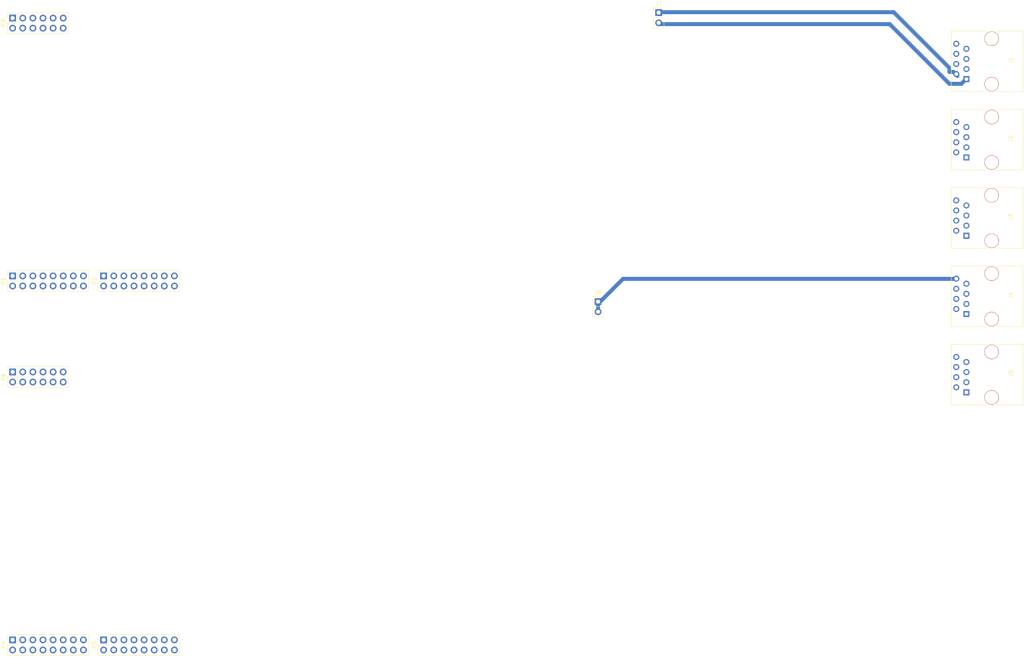
<source format=kicad_pcb>
(kicad_pcb (version 4) (host pcbnew 4.0.7)

  (general
    (links 35)
    (no_connects 31)
    (area 23 25 282 191)
    (thickness 1.6)
    (drawings 8)
    (tracks 18)
    (zones 0)
    (modules 13)
    (nets 98)
  )

  (page A4)
  (layers
    (0 F.Cu signal)
    (31 B.Cu signal)
    (32 B.Adhes user)
    (33 F.Adhes user)
    (34 B.Paste user)
    (35 F.Paste user)
    (36 B.SilkS user)
    (37 F.SilkS user)
    (38 B.Mask user)
    (39 F.Mask user)
    (40 Dwgs.User user)
    (41 Cmts.User user)
    (42 Eco1.User user)
    (43 Eco2.User user)
    (44 Edge.Cuts user)
    (45 Margin user)
    (46 B.CrtYd user)
    (47 F.CrtYd user)
    (48 B.Fab user)
    (49 F.Fab user)
  )

  (setup
    (last_trace_width 1)
    (trace_clearance 0.4)
    (zone_clearance 0.508)
    (zone_45_only no)
    (trace_min 0.2)
    (segment_width 0.2)
    (edge_width 0.15)
    (via_size 1.5)
    (via_drill 0.8)
    (via_min_size 0.4)
    (via_min_drill 0.3)
    (uvia_size 0.3)
    (uvia_drill 0.1)
    (uvias_allowed no)
    (uvia_min_size 0.2)
    (uvia_min_drill 0.1)
    (pcb_text_width 0.3)
    (pcb_text_size 1.5 1.5)
    (mod_edge_width 0.15)
    (mod_text_size 1 1)
    (mod_text_width 0.15)
    (pad_size 1.524 1.524)
    (pad_drill 0.762)
    (pad_to_mask_clearance 0.2)
    (aux_axis_origin 0 0)
    (visible_elements 7FFFEFFF)
    (pcbplotparams
      (layerselection 0x00030_80000001)
      (usegerberextensions false)
      (excludeedgelayer true)
      (linewidth 0.100000)
      (plotframeref false)
      (viasonmask false)
      (mode 1)
      (useauxorigin false)
      (hpglpennumber 1)
      (hpglpenspeed 20)
      (hpglpendiameter 15)
      (hpglpenoverlay 2)
      (psnegative false)
      (psa4output false)
      (plotreference true)
      (plotvalue true)
      (plotinvisibletext false)
      (padsonsilk false)
      (subtractmaskfromsilk false)
      (outputformat 1)
      (mirror false)
      (drillshape 1)
      (scaleselection 1)
      (outputdirectory ""))
  )

  (net 0 "")
  (net 1 DC_IN)
  (net 2 DC_GND)
  (net 3 ARD_5V)
  (net 4 ARD_PWM_A)
  (net 5 ARD_TEMP_HB)
  (net 6 ARD_PWM_B)
  (net 7 ARD_SRC_V)
  (net 8 ARD_GND)
  (net 9 ARD_PWM_1)
  (net 10 ARD_TEMP_1)
  (net 11 "Net-(J2-Pad7)")
  (net 12 ARD_PWM_3)
  (net 13 ARD_TEMP_3)
  (net 14 "Net-(J3-Pad7)")
  (net 15 ARD_PWM_2)
  (net 16 ARD_TEMP_2)
  (net 17 "Net-(J4-Pad7)")
  (net 18 ARD_PWM_4)
  (net 19 ARD_TEMP_4)
  (net 20 "Net-(J5-Pad7)")
  (net 21 "Net-(P1-Pad1)")
  (net 22 "Net-(P1-Pad2)")
  (net 23 "Net-(P1-Pad3)")
  (net 24 "Net-(P1-Pad4)")
  (net 25 "Net-(P1-Pad5)")
  (net 26 "Net-(P1-Pad6)")
  (net 27 "Net-(P1-Pad7)")
  (net 28 "Net-(P1-Pad8)")
  (net 29 "Net-(P1-Pad9)")
  (net 30 "Net-(P1-Pad10)")
  (net 31 "Net-(P1-Pad11)")
  (net 32 "Net-(P1-Pad12)")
  (net 33 "Net-(P1-Pad13)")
  (net 34 "Net-(P1-Pad14)")
  (net 35 "Net-(P1-Pad15)")
  (net 36 "Net-(P1-Pad16)")
  (net 37 "Net-(P2-Pad1)")
  (net 38 "Net-(P2-Pad2)")
  (net 39 "Net-(P2-Pad3)")
  (net 40 "Net-(P2-Pad4)")
  (net 41 "Net-(P2-Pad6)")
  (net 42 "Net-(P2-Pad8)")
  (net 43 "Net-(P2-Pad10)")
  (net 44 "Net-(P2-Pad12)")
  (net 45 "Net-(P2-Pad14)")
  (net 46 "Net-(P2-Pad16)")
  (net 47 "Net-(P3-Pad1)")
  (net 48 "Net-(P3-Pad2)")
  (net 49 "Net-(P3-Pad3)")
  (net 50 "Net-(P3-Pad4)")
  (net 51 "Net-(P3-Pad5)")
  (net 52 "Net-(P3-Pad6)")
  (net 53 "Net-(P3-Pad7)")
  (net 54 "Net-(P3-Pad8)")
  (net 55 "Net-(P3-Pad9)")
  (net 56 "Net-(P3-Pad10)")
  (net 57 "Net-(P3-Pad11)")
  (net 58 "Net-(P3-Pad12)")
  (net 59 "Net-(P4-Pad1)")
  (net 60 "Net-(P4-Pad2)")
  (net 61 "Net-(P4-Pad3)")
  (net 62 "Net-(P4-Pad4)")
  (net 63 "Net-(P4-Pad5)")
  (net 64 "Net-(P4-Pad6)")
  (net 65 "Net-(P4-Pad7)")
  (net 66 "Net-(P4-Pad8)")
  (net 67 "Net-(P4-Pad9)")
  (net 68 "Net-(P4-Pad10)")
  (net 69 "Net-(P4-Pad11)")
  (net 70 "Net-(P4-Pad12)")
  (net 71 "Net-(P4-Pad13)")
  (net 72 "Net-(P4-Pad14)")
  (net 73 "Net-(P4-Pad15)")
  (net 74 "Net-(P4-Pad16)")
  (net 75 "Net-(P5-Pad1)")
  (net 76 "Net-(P5-Pad2)")
  (net 77 "Net-(P5-Pad3)")
  (net 78 "Net-(P5-Pad4)")
  (net 79 "Net-(P5-Pad5)")
  (net 80 "Net-(P5-Pad6)")
  (net 81 "Net-(P5-Pad7)")
  (net 82 "Net-(P5-Pad8)")
  (net 83 "Net-(P5-Pad9)")
  (net 84 "Net-(P5-Pad10)")
  (net 85 "Net-(P5-Pad11)")
  (net 86 "Net-(P5-Pad12)")
  (net 87 "Net-(P5-Pad13)")
  (net 88 "Net-(P5-Pad14)")
  (net 89 "Net-(P5-Pad15)")
  (net 90 "Net-(P5-Pad16)")
  (net 91 "Net-(P6-Pad1)")
  (net 92 "Net-(P6-Pad3)")
  (net 93 "Net-(P6-Pad5)")
  (net 94 "Net-(P6-Pad7)")
  (net 95 "Net-(P6-Pad9)")
  (net 96 "Net-(P6-Pad11)")
  (net 97 "Net-(P6-Pad12)")

  (net_class Default "This is the default net class."
    (clearance 0.4)
    (trace_width 1)
    (via_dia 1.5)
    (via_drill 0.8)
    (uvia_dia 0.3)
    (uvia_drill 0.1)
    (add_net ARD_5V)
    (add_net ARD_GND)
    (add_net ARD_PWM_1)
    (add_net ARD_PWM_2)
    (add_net ARD_PWM_3)
    (add_net ARD_PWM_4)
    (add_net ARD_PWM_A)
    (add_net ARD_PWM_B)
    (add_net ARD_SRC_V)
    (add_net ARD_TEMP_1)
    (add_net ARD_TEMP_2)
    (add_net ARD_TEMP_3)
    (add_net ARD_TEMP_4)
    (add_net ARD_TEMP_HB)
    (add_net DC_GND)
    (add_net DC_IN)
    (add_net "Net-(J2-Pad7)")
    (add_net "Net-(J3-Pad7)")
    (add_net "Net-(J4-Pad7)")
    (add_net "Net-(J5-Pad7)")
    (add_net "Net-(P1-Pad1)")
    (add_net "Net-(P1-Pad10)")
    (add_net "Net-(P1-Pad11)")
    (add_net "Net-(P1-Pad12)")
    (add_net "Net-(P1-Pad13)")
    (add_net "Net-(P1-Pad14)")
    (add_net "Net-(P1-Pad15)")
    (add_net "Net-(P1-Pad16)")
    (add_net "Net-(P1-Pad2)")
    (add_net "Net-(P1-Pad3)")
    (add_net "Net-(P1-Pad4)")
    (add_net "Net-(P1-Pad5)")
    (add_net "Net-(P1-Pad6)")
    (add_net "Net-(P1-Pad7)")
    (add_net "Net-(P1-Pad8)")
    (add_net "Net-(P1-Pad9)")
    (add_net "Net-(P2-Pad1)")
    (add_net "Net-(P2-Pad10)")
    (add_net "Net-(P2-Pad12)")
    (add_net "Net-(P2-Pad14)")
    (add_net "Net-(P2-Pad16)")
    (add_net "Net-(P2-Pad2)")
    (add_net "Net-(P2-Pad3)")
    (add_net "Net-(P2-Pad4)")
    (add_net "Net-(P2-Pad6)")
    (add_net "Net-(P2-Pad8)")
    (add_net "Net-(P3-Pad1)")
    (add_net "Net-(P3-Pad10)")
    (add_net "Net-(P3-Pad11)")
    (add_net "Net-(P3-Pad12)")
    (add_net "Net-(P3-Pad2)")
    (add_net "Net-(P3-Pad3)")
    (add_net "Net-(P3-Pad4)")
    (add_net "Net-(P3-Pad5)")
    (add_net "Net-(P3-Pad6)")
    (add_net "Net-(P3-Pad7)")
    (add_net "Net-(P3-Pad8)")
    (add_net "Net-(P3-Pad9)")
    (add_net "Net-(P4-Pad1)")
    (add_net "Net-(P4-Pad10)")
    (add_net "Net-(P4-Pad11)")
    (add_net "Net-(P4-Pad12)")
    (add_net "Net-(P4-Pad13)")
    (add_net "Net-(P4-Pad14)")
    (add_net "Net-(P4-Pad15)")
    (add_net "Net-(P4-Pad16)")
    (add_net "Net-(P4-Pad2)")
    (add_net "Net-(P4-Pad3)")
    (add_net "Net-(P4-Pad4)")
    (add_net "Net-(P4-Pad5)")
    (add_net "Net-(P4-Pad6)")
    (add_net "Net-(P4-Pad7)")
    (add_net "Net-(P4-Pad8)")
    (add_net "Net-(P4-Pad9)")
    (add_net "Net-(P5-Pad1)")
    (add_net "Net-(P5-Pad10)")
    (add_net "Net-(P5-Pad11)")
    (add_net "Net-(P5-Pad12)")
    (add_net "Net-(P5-Pad13)")
    (add_net "Net-(P5-Pad14)")
    (add_net "Net-(P5-Pad15)")
    (add_net "Net-(P5-Pad16)")
    (add_net "Net-(P5-Pad2)")
    (add_net "Net-(P5-Pad3)")
    (add_net "Net-(P5-Pad4)")
    (add_net "Net-(P5-Pad5)")
    (add_net "Net-(P5-Pad6)")
    (add_net "Net-(P5-Pad7)")
    (add_net "Net-(P5-Pad8)")
    (add_net "Net-(P5-Pad9)")
    (add_net "Net-(P6-Pad1)")
    (add_net "Net-(P6-Pad11)")
    (add_net "Net-(P6-Pad12)")
    (add_net "Net-(P6-Pad3)")
    (add_net "Net-(P6-Pad5)")
    (add_net "Net-(P6-Pad7)")
    (add_net "Net-(P6-Pad9)")
  )

  (module PartsLibraries:RJ45 (layer F.Cu) (tedit 59511D7C) (tstamp 599EFD13)
    (at 266.27 45.82 90)
    (tags RJ45)
    (path /599EE011)
    (fp_text reference J1 (at 4.7 11.18 90) (layer F.SilkS)
      (effects (font (size 1 1) (thickness 0.15)))
    )
    (fp_text value RJ45 (at 4.59 6.25 90) (layer F.Fab)
      (effects (font (size 1 1) (thickness 0.15)))
    )
    (fp_line (start -3.17 14.22) (end 12.07 14.22) (layer F.SilkS) (width 0.12))
    (fp_line (start 12.07 -3.81) (end 12.06 5.18) (layer F.SilkS) (width 0.12))
    (fp_line (start 12.07 -3.81) (end -3.17 -3.81) (layer F.SilkS) (width 0.12))
    (fp_line (start -3.17 -3.81) (end -3.17 5.19) (layer F.SilkS) (width 0.12))
    (fp_line (start 12.06 7.52) (end 12.07 14.22) (layer F.SilkS) (width 0.12))
    (fp_line (start -3.17 7.51) (end -3.17 14.22) (layer F.SilkS) (width 0.12))
    (fp_line (start -3.56 -4.06) (end 12.46 -4.06) (layer F.CrtYd) (width 0.05))
    (fp_line (start -3.56 -4.06) (end -3.56 14.47) (layer F.CrtYd) (width 0.05))
    (fp_line (start 12.46 14.47) (end 12.46 -4.06) (layer F.CrtYd) (width 0.05))
    (fp_line (start 12.46 14.47) (end -3.56 14.47) (layer F.CrtYd) (width 0.05))
    (pad "" np_thru_hole circle (at 10.16 6.35 90) (size 3.65 3.65) (drill 3.25) (layers *.Cu *.SilkS *.Mask))
    (pad "" np_thru_hole circle (at -1.27 6.35 90) (size 3.65 3.65) (drill 3.25) (layers *.Cu *.SilkS *.Mask))
    (pad 1 thru_hole rect (at 0 0 90) (size 1.5 1.5) (drill 0.9) (layers *.Cu *.Mask)
      (net 1 DC_IN))
    (pad 2 thru_hole circle (at 1.27 -2.54 90) (size 1.5 1.5) (drill 0.9) (layers *.Cu *.Mask)
      (net 2 DC_GND))
    (pad 3 thru_hole circle (at 2.54 0 90) (size 1.5 1.5) (drill 0.9) (layers *.Cu *.Mask)
      (net 3 ARD_5V))
    (pad 4 thru_hole circle (at 3.81 -2.54 90) (size 1.5 1.5) (drill 0.9) (layers *.Cu *.Mask)
      (net 4 ARD_PWM_A))
    (pad 5 thru_hole circle (at 5.08 0 90) (size 1.5 1.5) (drill 0.9) (layers *.Cu *.Mask)
      (net 5 ARD_TEMP_HB))
    (pad 6 thru_hole circle (at 6.35 -2.54 90) (size 1.5 1.5) (drill 0.9) (layers *.Cu *.Mask)
      (net 6 ARD_PWM_B))
    (pad 7 thru_hole circle (at 7.62 0 90) (size 1.5 1.5) (drill 0.9) (layers *.Cu *.Mask)
      (net 7 ARD_SRC_V))
    (pad 8 thru_hole circle (at 8.89 -2.54 90) (size 1.5 1.5) (drill 0.9) (layers *.Cu *.Mask)
      (net 8 ARD_GND))
    (model ../../../../../../Development/multilevelinverter/Hardware/3D/RJ45.wrl
      (at (xyz 0.175 -0.667 0.3))
      (scale (xyz 10 10 10))
      (rotate (xyz 270 0 0))
    )
  )

  (module PartsLibraries:RJ45 (layer F.Cu) (tedit 59511D7C) (tstamp 599EFD2B)
    (at 266.27 65.4925 90)
    (tags RJ45)
    (path /599EEF12)
    (fp_text reference J2 (at 4.7 11.18 90) (layer F.SilkS)
      (effects (font (size 1 1) (thickness 0.15)))
    )
    (fp_text value RJ45 (at 4.59 6.25 90) (layer F.Fab)
      (effects (font (size 1 1) (thickness 0.15)))
    )
    (fp_line (start -3.17 14.22) (end 12.07 14.22) (layer F.SilkS) (width 0.12))
    (fp_line (start 12.07 -3.81) (end 12.06 5.18) (layer F.SilkS) (width 0.12))
    (fp_line (start 12.07 -3.81) (end -3.17 -3.81) (layer F.SilkS) (width 0.12))
    (fp_line (start -3.17 -3.81) (end -3.17 5.19) (layer F.SilkS) (width 0.12))
    (fp_line (start 12.06 7.52) (end 12.07 14.22) (layer F.SilkS) (width 0.12))
    (fp_line (start -3.17 7.51) (end -3.17 14.22) (layer F.SilkS) (width 0.12))
    (fp_line (start -3.56 -4.06) (end 12.46 -4.06) (layer F.CrtYd) (width 0.05))
    (fp_line (start -3.56 -4.06) (end -3.56 14.47) (layer F.CrtYd) (width 0.05))
    (fp_line (start 12.46 14.47) (end 12.46 -4.06) (layer F.CrtYd) (width 0.05))
    (fp_line (start 12.46 14.47) (end -3.56 14.47) (layer F.CrtYd) (width 0.05))
    (pad "" np_thru_hole circle (at 10.16 6.35 90) (size 3.65 3.65) (drill 3.25) (layers *.Cu *.SilkS *.Mask))
    (pad "" np_thru_hole circle (at -1.27 6.35 90) (size 3.65 3.65) (drill 3.25) (layers *.Cu *.SilkS *.Mask))
    (pad 1 thru_hole rect (at 0 0 90) (size 1.5 1.5) (drill 0.9) (layers *.Cu *.Mask)
      (net 1 DC_IN))
    (pad 2 thru_hole circle (at 1.27 -2.54 90) (size 1.5 1.5) (drill 0.9) (layers *.Cu *.Mask)
      (net 2 DC_GND))
    (pad 3 thru_hole circle (at 2.54 0 90) (size 1.5 1.5) (drill 0.9) (layers *.Cu *.Mask)
      (net 3 ARD_5V))
    (pad 4 thru_hole circle (at 3.81 -2.54 90) (size 1.5 1.5) (drill 0.9) (layers *.Cu *.Mask)
      (net 9 ARD_PWM_1))
    (pad 5 thru_hole circle (at 5.08 0 90) (size 1.5 1.5) (drill 0.9) (layers *.Cu *.Mask)
      (net 10 ARD_TEMP_1))
    (pad 6 thru_hole circle (at 6.35 -2.54 90) (size 1.5 1.5) (drill 0.9) (layers *.Cu *.Mask)
      (net 7 ARD_SRC_V))
    (pad 7 thru_hole circle (at 7.62 0 90) (size 1.5 1.5) (drill 0.9) (layers *.Cu *.Mask)
      (net 11 "Net-(J2-Pad7)"))
    (pad 8 thru_hole circle (at 8.89 -2.54 90) (size 1.5 1.5) (drill 0.9) (layers *.Cu *.Mask)
      (net 8 ARD_GND))
    (model ../../../../../../Development/multilevelinverter/Hardware/3D/RJ45.wrl
      (at (xyz 0.175 -0.667 0.3))
      (scale (xyz 10 10 10))
      (rotate (xyz 270 0 0))
    )
  )

  (module PartsLibraries:RJ45 (layer F.Cu) (tedit 59511D7C) (tstamp 599EFD43)
    (at 266.27 85.165 90)
    (tags RJ45)
    (path /599EF1B1)
    (fp_text reference J3 (at 4.7 11.18 90) (layer F.SilkS)
      (effects (font (size 1 1) (thickness 0.15)))
    )
    (fp_text value RJ45 (at 4.59 6.25 90) (layer F.Fab)
      (effects (font (size 1 1) (thickness 0.15)))
    )
    (fp_line (start -3.17 14.22) (end 12.07 14.22) (layer F.SilkS) (width 0.12))
    (fp_line (start 12.07 -3.81) (end 12.06 5.18) (layer F.SilkS) (width 0.12))
    (fp_line (start 12.07 -3.81) (end -3.17 -3.81) (layer F.SilkS) (width 0.12))
    (fp_line (start -3.17 -3.81) (end -3.17 5.19) (layer F.SilkS) (width 0.12))
    (fp_line (start 12.06 7.52) (end 12.07 14.22) (layer F.SilkS) (width 0.12))
    (fp_line (start -3.17 7.51) (end -3.17 14.22) (layer F.SilkS) (width 0.12))
    (fp_line (start -3.56 -4.06) (end 12.46 -4.06) (layer F.CrtYd) (width 0.05))
    (fp_line (start -3.56 -4.06) (end -3.56 14.47) (layer F.CrtYd) (width 0.05))
    (fp_line (start 12.46 14.47) (end 12.46 -4.06) (layer F.CrtYd) (width 0.05))
    (fp_line (start 12.46 14.47) (end -3.56 14.47) (layer F.CrtYd) (width 0.05))
    (pad "" np_thru_hole circle (at 10.16 6.35 90) (size 3.65 3.65) (drill 3.25) (layers *.Cu *.SilkS *.Mask))
    (pad "" np_thru_hole circle (at -1.27 6.35 90) (size 3.65 3.65) (drill 3.25) (layers *.Cu *.SilkS *.Mask))
    (pad 1 thru_hole rect (at 0 0 90) (size 1.5 1.5) (drill 0.9) (layers *.Cu *.Mask)
      (net 1 DC_IN))
    (pad 2 thru_hole circle (at 1.27 -2.54 90) (size 1.5 1.5) (drill 0.9) (layers *.Cu *.Mask)
      (net 2 DC_GND))
    (pad 3 thru_hole circle (at 2.54 0 90) (size 1.5 1.5) (drill 0.9) (layers *.Cu *.Mask)
      (net 3 ARD_5V))
    (pad 4 thru_hole circle (at 3.81 -2.54 90) (size 1.5 1.5) (drill 0.9) (layers *.Cu *.Mask)
      (net 12 ARD_PWM_3))
    (pad 5 thru_hole circle (at 5.08 0 90) (size 1.5 1.5) (drill 0.9) (layers *.Cu *.Mask)
      (net 13 ARD_TEMP_3))
    (pad 6 thru_hole circle (at 6.35 -2.54 90) (size 1.5 1.5) (drill 0.9) (layers *.Cu *.Mask)
      (net 7 ARD_SRC_V))
    (pad 7 thru_hole circle (at 7.62 0 90) (size 1.5 1.5) (drill 0.9) (layers *.Cu *.Mask)
      (net 14 "Net-(J3-Pad7)"))
    (pad 8 thru_hole circle (at 8.89 -2.54 90) (size 1.5 1.5) (drill 0.9) (layers *.Cu *.Mask)
      (net 8 ARD_GND))
    (model ../../../../../../Development/multilevelinverter/Hardware/3D/RJ45.wrl
      (at (xyz 0.175 -0.667 0.3))
      (scale (xyz 10 10 10))
      (rotate (xyz 270 0 0))
    )
  )

  (module PartsLibraries:RJ45 (layer F.Cu) (tedit 59511D7C) (tstamp 599EFD5B)
    (at 266.27 104.8375 90)
    (tags RJ45)
    (path /599EF0F4)
    (fp_text reference J4 (at 4.7 11.18 90) (layer F.SilkS)
      (effects (font (size 1 1) (thickness 0.15)))
    )
    (fp_text value RJ45 (at 4.59 6.25 90) (layer F.Fab)
      (effects (font (size 1 1) (thickness 0.15)))
    )
    (fp_line (start -3.17 14.22) (end 12.07 14.22) (layer F.SilkS) (width 0.12))
    (fp_line (start 12.07 -3.81) (end 12.06 5.18) (layer F.SilkS) (width 0.12))
    (fp_line (start 12.07 -3.81) (end -3.17 -3.81) (layer F.SilkS) (width 0.12))
    (fp_line (start -3.17 -3.81) (end -3.17 5.19) (layer F.SilkS) (width 0.12))
    (fp_line (start 12.06 7.52) (end 12.07 14.22) (layer F.SilkS) (width 0.12))
    (fp_line (start -3.17 7.51) (end -3.17 14.22) (layer F.SilkS) (width 0.12))
    (fp_line (start -3.56 -4.06) (end 12.46 -4.06) (layer F.CrtYd) (width 0.05))
    (fp_line (start -3.56 -4.06) (end -3.56 14.47) (layer F.CrtYd) (width 0.05))
    (fp_line (start 12.46 14.47) (end 12.46 -4.06) (layer F.CrtYd) (width 0.05))
    (fp_line (start 12.46 14.47) (end -3.56 14.47) (layer F.CrtYd) (width 0.05))
    (pad "" np_thru_hole circle (at 10.16 6.35 90) (size 3.65 3.65) (drill 3.25) (layers *.Cu *.SilkS *.Mask))
    (pad "" np_thru_hole circle (at -1.27 6.35 90) (size 3.65 3.65) (drill 3.25) (layers *.Cu *.SilkS *.Mask))
    (pad 1 thru_hole rect (at 0 0 90) (size 1.5 1.5) (drill 0.9) (layers *.Cu *.Mask)
      (net 1 DC_IN))
    (pad 2 thru_hole circle (at 1.27 -2.54 90) (size 1.5 1.5) (drill 0.9) (layers *.Cu *.Mask)
      (net 2 DC_GND))
    (pad 3 thru_hole circle (at 2.54 0 90) (size 1.5 1.5) (drill 0.9) (layers *.Cu *.Mask)
      (net 3 ARD_5V))
    (pad 4 thru_hole circle (at 3.81 -2.54 90) (size 1.5 1.5) (drill 0.9) (layers *.Cu *.Mask)
      (net 15 ARD_PWM_2))
    (pad 5 thru_hole circle (at 5.08 0 90) (size 1.5 1.5) (drill 0.9) (layers *.Cu *.Mask)
      (net 16 ARD_TEMP_2))
    (pad 6 thru_hole circle (at 6.35 -2.54 90) (size 1.5 1.5) (drill 0.9) (layers *.Cu *.Mask)
      (net 7 ARD_SRC_V))
    (pad 7 thru_hole circle (at 7.62 0 90) (size 1.5 1.5) (drill 0.9) (layers *.Cu *.Mask)
      (net 17 "Net-(J4-Pad7)"))
    (pad 8 thru_hole circle (at 8.89 -2.54 90) (size 1.5 1.5) (drill 0.9) (layers *.Cu *.Mask)
      (net 8 ARD_GND))
    (model ../../../../../../Development/multilevelinverter/Hardware/3D/RJ45.wrl
      (at (xyz 0.175 -0.667 0.3))
      (scale (xyz 10 10 10))
      (rotate (xyz 270 0 0))
    )
  )

  (module PartsLibraries:RJ45 (layer F.Cu) (tedit 59511D7C) (tstamp 599EFD73)
    (at 266.27 124.51 90)
    (tags RJ45)
    (path /599EF28B)
    (fp_text reference J5 (at 4.7 11.18 90) (layer F.SilkS)
      (effects (font (size 1 1) (thickness 0.15)))
    )
    (fp_text value RJ45 (at 4.59 6.25 90) (layer F.Fab)
      (effects (font (size 1 1) (thickness 0.15)))
    )
    (fp_line (start -3.17 14.22) (end 12.07 14.22) (layer F.SilkS) (width 0.12))
    (fp_line (start 12.07 -3.81) (end 12.06 5.18) (layer F.SilkS) (width 0.12))
    (fp_line (start 12.07 -3.81) (end -3.17 -3.81) (layer F.SilkS) (width 0.12))
    (fp_line (start -3.17 -3.81) (end -3.17 5.19) (layer F.SilkS) (width 0.12))
    (fp_line (start 12.06 7.52) (end 12.07 14.22) (layer F.SilkS) (width 0.12))
    (fp_line (start -3.17 7.51) (end -3.17 14.22) (layer F.SilkS) (width 0.12))
    (fp_line (start -3.56 -4.06) (end 12.46 -4.06) (layer F.CrtYd) (width 0.05))
    (fp_line (start -3.56 -4.06) (end -3.56 14.47) (layer F.CrtYd) (width 0.05))
    (fp_line (start 12.46 14.47) (end 12.46 -4.06) (layer F.CrtYd) (width 0.05))
    (fp_line (start 12.46 14.47) (end -3.56 14.47) (layer F.CrtYd) (width 0.05))
    (pad "" np_thru_hole circle (at 10.16 6.35 90) (size 3.65 3.65) (drill 3.25) (layers *.Cu *.SilkS *.Mask))
    (pad "" np_thru_hole circle (at -1.27 6.35 90) (size 3.65 3.65) (drill 3.25) (layers *.Cu *.SilkS *.Mask))
    (pad 1 thru_hole rect (at 0 0 90) (size 1.5 1.5) (drill 0.9) (layers *.Cu *.Mask)
      (net 1 DC_IN))
    (pad 2 thru_hole circle (at 1.27 -2.54 90) (size 1.5 1.5) (drill 0.9) (layers *.Cu *.Mask)
      (net 2 DC_GND))
    (pad 3 thru_hole circle (at 2.54 0 90) (size 1.5 1.5) (drill 0.9) (layers *.Cu *.Mask)
      (net 3 ARD_5V))
    (pad 4 thru_hole circle (at 3.81 -2.54 90) (size 1.5 1.5) (drill 0.9) (layers *.Cu *.Mask)
      (net 18 ARD_PWM_4))
    (pad 5 thru_hole circle (at 5.08 0 90) (size 1.5 1.5) (drill 0.9) (layers *.Cu *.Mask)
      (net 19 ARD_TEMP_4))
    (pad 6 thru_hole circle (at 6.35 -2.54 90) (size 1.5 1.5) (drill 0.9) (layers *.Cu *.Mask)
      (net 7 ARD_SRC_V))
    (pad 7 thru_hole circle (at 7.62 0 90) (size 1.5 1.5) (drill 0.9) (layers *.Cu *.Mask)
      (net 20 "Net-(J5-Pad7)"))
    (pad 8 thru_hole circle (at 8.89 -2.54 90) (size 1.5 1.5) (drill 0.9) (layers *.Cu *.Mask)
      (net 8 ARD_GND))
    (model ../../../../../../Development/multilevelinverter/Hardware/3D/RJ45.wrl
      (at (xyz 0.175 -0.667 0.3))
      (scale (xyz 10 10 10))
      (rotate (xyz 270 0 0))
    )
  )

  (module Socket_Strips:Socket_Strip_Straight_1x02_Pitch2.54mm (layer F.Cu) (tedit 58CD5446) (tstamp 599EFD88)
    (at 173.74 101.72)
    (descr "Through hole straight socket strip, 1x02, 2.54mm pitch, single row")
    (tags "Through hole socket strip THT 1x02 2.54mm single row")
    (path /599F9F17)
    (fp_text reference J6 (at 0 -2.33) (layer F.SilkS)
      (effects (font (size 1 1) (thickness 0.15)))
    )
    (fp_text value ARD_GROUND (at 0 4.87) (layer F.Fab)
      (effects (font (size 1 1) (thickness 0.15)))
    )
    (fp_line (start -1.27 -1.27) (end -1.27 3.81) (layer F.Fab) (width 0.1))
    (fp_line (start -1.27 3.81) (end 1.27 3.81) (layer F.Fab) (width 0.1))
    (fp_line (start 1.27 3.81) (end 1.27 -1.27) (layer F.Fab) (width 0.1))
    (fp_line (start 1.27 -1.27) (end -1.27 -1.27) (layer F.Fab) (width 0.1))
    (fp_line (start -1.33 1.27) (end -1.33 3.87) (layer F.SilkS) (width 0.12))
    (fp_line (start -1.33 3.87) (end 1.33 3.87) (layer F.SilkS) (width 0.12))
    (fp_line (start 1.33 3.87) (end 1.33 1.27) (layer F.SilkS) (width 0.12))
    (fp_line (start 1.33 1.27) (end -1.33 1.27) (layer F.SilkS) (width 0.12))
    (fp_line (start -1.33 0) (end -1.33 -1.33) (layer F.SilkS) (width 0.12))
    (fp_line (start -1.33 -1.33) (end 0 -1.33) (layer F.SilkS) (width 0.12))
    (fp_line (start -1.8 -1.8) (end -1.8 4.35) (layer F.CrtYd) (width 0.05))
    (fp_line (start -1.8 4.35) (end 1.8 4.35) (layer F.CrtYd) (width 0.05))
    (fp_line (start 1.8 4.35) (end 1.8 -1.8) (layer F.CrtYd) (width 0.05))
    (fp_line (start 1.8 -1.8) (end -1.8 -1.8) (layer F.CrtYd) (width 0.05))
    (fp_text user %R (at 0 -2.33) (layer F.Fab)
      (effects (font (size 1 1) (thickness 0.15)))
    )
    (pad 1 thru_hole rect (at 0 0) (size 1.7 1.7) (drill 1) (layers *.Cu *.Mask)
      (net 8 ARD_GND))
    (pad 2 thru_hole oval (at 0 2.54) (size 1.7 1.7) (drill 1) (layers *.Cu *.Mask)
      (net 8 ARD_GND))
    (model ${KISYS3DMOD}/Socket_Strips.3dshapes/Socket_Strip_Straight_1x02_Pitch2.54mm.wrl
      (at (xyz 0 -0.05 0))
      (scale (xyz 1 1 1))
      (rotate (xyz 0 0 270))
    )
  )

  (module Socket_Strips:Socket_Strip_Straight_1x02_Pitch2.54mm (layer F.Cu) (tedit 58CD5446) (tstamp 599EFD9D)
    (at 188.97 29.12)
    (descr "Through hole straight socket strip, 1x02, 2.54mm pitch, single row")
    (tags "Through hole socket strip THT 1x02 2.54mm single row")
    (path /599FA2FA)
    (fp_text reference J7 (at 0 -2.33) (layer F.SilkS)
      (effects (font (size 1 1) (thickness 0.15)))
    )
    (fp_text value CONTROL_DC (at 0 4.87) (layer F.Fab)
      (effects (font (size 1 1) (thickness 0.15)))
    )
    (fp_line (start -1.27 -1.27) (end -1.27 3.81) (layer F.Fab) (width 0.1))
    (fp_line (start -1.27 3.81) (end 1.27 3.81) (layer F.Fab) (width 0.1))
    (fp_line (start 1.27 3.81) (end 1.27 -1.27) (layer F.Fab) (width 0.1))
    (fp_line (start 1.27 -1.27) (end -1.27 -1.27) (layer F.Fab) (width 0.1))
    (fp_line (start -1.33 1.27) (end -1.33 3.87) (layer F.SilkS) (width 0.12))
    (fp_line (start -1.33 3.87) (end 1.33 3.87) (layer F.SilkS) (width 0.12))
    (fp_line (start 1.33 3.87) (end 1.33 1.27) (layer F.SilkS) (width 0.12))
    (fp_line (start 1.33 1.27) (end -1.33 1.27) (layer F.SilkS) (width 0.12))
    (fp_line (start -1.33 0) (end -1.33 -1.33) (layer F.SilkS) (width 0.12))
    (fp_line (start -1.33 -1.33) (end 0 -1.33) (layer F.SilkS) (width 0.12))
    (fp_line (start -1.8 -1.8) (end -1.8 4.35) (layer F.CrtYd) (width 0.05))
    (fp_line (start -1.8 4.35) (end 1.8 4.35) (layer F.CrtYd) (width 0.05))
    (fp_line (start 1.8 4.35) (end 1.8 -1.8) (layer F.CrtYd) (width 0.05))
    (fp_line (start 1.8 -1.8) (end -1.8 -1.8) (layer F.CrtYd) (width 0.05))
    (fp_text user %R (at 0 -2.33) (layer F.Fab)
      (effects (font (size 1 1) (thickness 0.15)))
    )
    (pad 1 thru_hole rect (at 0 0) (size 1.7 1.7) (drill 1) (layers *.Cu *.Mask)
      (net 2 DC_GND))
    (pad 2 thru_hole oval (at 0 2.54) (size 1.7 1.7) (drill 1) (layers *.Cu *.Mask)
      (net 1 DC_IN))
    (model ${KISYS3DMOD}/Socket_Strips.3dshapes/Socket_Strip_Straight_1x02_Pitch2.54mm.wrl
      (at (xyz 0 -0.05 0))
      (scale (xyz 1 1 1))
      (rotate (xyz 0 0 270))
    )
  )

  (module Socket_Strips:Socket_Strip_Straight_2x08_Pitch2.54mm (layer F.Cu) (tedit 58CD5449) (tstamp 599EFDC2)
    (at 26.67 95.25 90)
    (descr "Through hole straight socket strip, 2x08, 2.54mm pitch, double rows")
    (tags "Through hole socket strip THT 2x08 2.54mm double row")
    (path /599F28C2)
    (fp_text reference P1 (at -1.27 -2.33 90) (layer F.SilkS)
      (effects (font (size 1 1) (thickness 0.15)))
    )
    (fp_text value Digital (at -1.27 20.11 90) (layer F.Fab)
      (effects (font (size 1 1) (thickness 0.15)))
    )
    (fp_line (start -3.81 -1.27) (end -3.81 19.05) (layer F.Fab) (width 0.1))
    (fp_line (start -3.81 19.05) (end 1.27 19.05) (layer F.Fab) (width 0.1))
    (fp_line (start 1.27 19.05) (end 1.27 -1.27) (layer F.Fab) (width 0.1))
    (fp_line (start 1.27 -1.27) (end -3.81 -1.27) (layer F.Fab) (width 0.1))
    (fp_line (start 1.33 1.27) (end 1.33 19.11) (layer F.SilkS) (width 0.12))
    (fp_line (start 1.33 19.11) (end -3.87 19.11) (layer F.SilkS) (width 0.12))
    (fp_line (start -3.87 19.11) (end -3.87 -1.33) (layer F.SilkS) (width 0.12))
    (fp_line (start -3.87 -1.33) (end -1.27 -1.33) (layer F.SilkS) (width 0.12))
    (fp_line (start -1.27 -1.33) (end -1.27 1.27) (layer F.SilkS) (width 0.12))
    (fp_line (start -1.27 1.27) (end 1.33 1.27) (layer F.SilkS) (width 0.12))
    (fp_line (start 1.33 0) (end 1.33 -1.33) (layer F.SilkS) (width 0.12))
    (fp_line (start 1.33 -1.33) (end 0.06 -1.33) (layer F.SilkS) (width 0.12))
    (fp_line (start -4.35 -1.8) (end -4.35 19.55) (layer F.CrtYd) (width 0.05))
    (fp_line (start -4.35 19.55) (end 1.8 19.55) (layer F.CrtYd) (width 0.05))
    (fp_line (start 1.8 19.55) (end 1.8 -1.8) (layer F.CrtYd) (width 0.05))
    (fp_line (start 1.8 -1.8) (end -4.35 -1.8) (layer F.CrtYd) (width 0.05))
    (fp_text user %R (at -1.27 -2.33 90) (layer F.Fab)
      (effects (font (size 1 1) (thickness 0.15)))
    )
    (pad 1 thru_hole rect (at 0 0 90) (size 1.7 1.7) (drill 1) (layers *.Cu *.Mask)
      (net 21 "Net-(P1-Pad1)"))
    (pad 2 thru_hole oval (at -2.54 0 90) (size 1.7 1.7) (drill 1) (layers *.Cu *.Mask)
      (net 22 "Net-(P1-Pad2)"))
    (pad 3 thru_hole oval (at 0 2.54 90) (size 1.7 1.7) (drill 1) (layers *.Cu *.Mask)
      (net 23 "Net-(P1-Pad3)"))
    (pad 4 thru_hole oval (at -2.54 2.54 90) (size 1.7 1.7) (drill 1) (layers *.Cu *.Mask)
      (net 24 "Net-(P1-Pad4)"))
    (pad 5 thru_hole oval (at 0 5.08 90) (size 1.7 1.7) (drill 1) (layers *.Cu *.Mask)
      (net 25 "Net-(P1-Pad5)"))
    (pad 6 thru_hole oval (at -2.54 5.08 90) (size 1.7 1.7) (drill 1) (layers *.Cu *.Mask)
      (net 26 "Net-(P1-Pad6)"))
    (pad 7 thru_hole oval (at 0 7.62 90) (size 1.7 1.7) (drill 1) (layers *.Cu *.Mask)
      (net 27 "Net-(P1-Pad7)"))
    (pad 8 thru_hole oval (at -2.54 7.62 90) (size 1.7 1.7) (drill 1) (layers *.Cu *.Mask)
      (net 28 "Net-(P1-Pad8)"))
    (pad 9 thru_hole oval (at 0 10.16 90) (size 1.7 1.7) (drill 1) (layers *.Cu *.Mask)
      (net 29 "Net-(P1-Pad9)"))
    (pad 10 thru_hole oval (at -2.54 10.16 90) (size 1.7 1.7) (drill 1) (layers *.Cu *.Mask)
      (net 30 "Net-(P1-Pad10)"))
    (pad 11 thru_hole oval (at 0 12.7 90) (size 1.7 1.7) (drill 1) (layers *.Cu *.Mask)
      (net 31 "Net-(P1-Pad11)"))
    (pad 12 thru_hole oval (at -2.54 12.7 90) (size 1.7 1.7) (drill 1) (layers *.Cu *.Mask)
      (net 32 "Net-(P1-Pad12)"))
    (pad 13 thru_hole oval (at 0 15.24 90) (size 1.7 1.7) (drill 1) (layers *.Cu *.Mask)
      (net 33 "Net-(P1-Pad13)"))
    (pad 14 thru_hole oval (at -2.54 15.24 90) (size 1.7 1.7) (drill 1) (layers *.Cu *.Mask)
      (net 34 "Net-(P1-Pad14)"))
    (pad 15 thru_hole oval (at 0 17.78 90) (size 1.7 1.7) (drill 1) (layers *.Cu *.Mask)
      (net 35 "Net-(P1-Pad15)"))
    (pad 16 thru_hole oval (at -2.54 17.78 90) (size 1.7 1.7) (drill 1) (layers *.Cu *.Mask)
      (net 36 "Net-(P1-Pad16)"))
    (model ${KISYS3DMOD}/Socket_Strips.3dshapes/Socket_Strip_Straight_2x08_Pitch2.54mm.wrl
      (at (xyz -0.05 -0.35 0))
      (scale (xyz 1 1 1))
      (rotate (xyz 0 0 270))
    )
  )

  (module Socket_Strips:Socket_Strip_Straight_2x08_Pitch2.54mm (layer F.Cu) (tedit 58CD5449) (tstamp 599EFDE7)
    (at 49.53 95.25 90)
    (descr "Through hole straight socket strip, 2x08, 2.54mm pitch, double rows")
    (tags "Through hole socket strip THT 2x08 2.54mm double row")
    (path /599EFF88)
    (fp_text reference P2 (at -1.27 -2.33 90) (layer F.SilkS)
      (effects (font (size 1 1) (thickness 0.15)))
    )
    (fp_text value Digital (at -1.27 20.11 90) (layer F.Fab)
      (effects (font (size 1 1) (thickness 0.15)))
    )
    (fp_line (start -3.81 -1.27) (end -3.81 19.05) (layer F.Fab) (width 0.1))
    (fp_line (start -3.81 19.05) (end 1.27 19.05) (layer F.Fab) (width 0.1))
    (fp_line (start 1.27 19.05) (end 1.27 -1.27) (layer F.Fab) (width 0.1))
    (fp_line (start 1.27 -1.27) (end -3.81 -1.27) (layer F.Fab) (width 0.1))
    (fp_line (start 1.33 1.27) (end 1.33 19.11) (layer F.SilkS) (width 0.12))
    (fp_line (start 1.33 19.11) (end -3.87 19.11) (layer F.SilkS) (width 0.12))
    (fp_line (start -3.87 19.11) (end -3.87 -1.33) (layer F.SilkS) (width 0.12))
    (fp_line (start -3.87 -1.33) (end -1.27 -1.33) (layer F.SilkS) (width 0.12))
    (fp_line (start -1.27 -1.33) (end -1.27 1.27) (layer F.SilkS) (width 0.12))
    (fp_line (start -1.27 1.27) (end 1.33 1.27) (layer F.SilkS) (width 0.12))
    (fp_line (start 1.33 0) (end 1.33 -1.33) (layer F.SilkS) (width 0.12))
    (fp_line (start 1.33 -1.33) (end 0.06 -1.33) (layer F.SilkS) (width 0.12))
    (fp_line (start -4.35 -1.8) (end -4.35 19.55) (layer F.CrtYd) (width 0.05))
    (fp_line (start -4.35 19.55) (end 1.8 19.55) (layer F.CrtYd) (width 0.05))
    (fp_line (start 1.8 19.55) (end 1.8 -1.8) (layer F.CrtYd) (width 0.05))
    (fp_line (start 1.8 -1.8) (end -4.35 -1.8) (layer F.CrtYd) (width 0.05))
    (fp_text user %R (at -1.27 -2.33 90) (layer F.Fab)
      (effects (font (size 1 1) (thickness 0.15)))
    )
    (pad 1 thru_hole rect (at 0 0 90) (size 1.7 1.7) (drill 1) (layers *.Cu *.Mask)
      (net 37 "Net-(P2-Pad1)"))
    (pad 2 thru_hole oval (at -2.54 0 90) (size 1.7 1.7) (drill 1) (layers *.Cu *.Mask)
      (net 38 "Net-(P2-Pad2)"))
    (pad 3 thru_hole oval (at 0 2.54 90) (size 1.7 1.7) (drill 1) (layers *.Cu *.Mask)
      (net 39 "Net-(P2-Pad3)"))
    (pad 4 thru_hole oval (at -2.54 2.54 90) (size 1.7 1.7) (drill 1) (layers *.Cu *.Mask)
      (net 40 "Net-(P2-Pad4)"))
    (pad 5 thru_hole oval (at 0 5.08 90) (size 1.7 1.7) (drill 1) (layers *.Cu *.Mask)
      (net 18 ARD_PWM_4))
    (pad 6 thru_hole oval (at -2.54 5.08 90) (size 1.7 1.7) (drill 1) (layers *.Cu *.Mask)
      (net 41 "Net-(P2-Pad6)"))
    (pad 7 thru_hole oval (at 0 7.62 90) (size 1.7 1.7) (drill 1) (layers *.Cu *.Mask)
      (net 12 ARD_PWM_3))
    (pad 8 thru_hole oval (at -2.54 7.62 90) (size 1.7 1.7) (drill 1) (layers *.Cu *.Mask)
      (net 42 "Net-(P2-Pad8)"))
    (pad 9 thru_hole oval (at 0 10.16 90) (size 1.7 1.7) (drill 1) (layers *.Cu *.Mask)
      (net 15 ARD_PWM_2))
    (pad 10 thru_hole oval (at -2.54 10.16 90) (size 1.7 1.7) (drill 1) (layers *.Cu *.Mask)
      (net 43 "Net-(P2-Pad10)"))
    (pad 11 thru_hole oval (at 0 12.7 90) (size 1.7 1.7) (drill 1) (layers *.Cu *.Mask)
      (net 9 ARD_PWM_1))
    (pad 12 thru_hole oval (at -2.54 12.7 90) (size 1.7 1.7) (drill 1) (layers *.Cu *.Mask)
      (net 44 "Net-(P2-Pad12)"))
    (pad 13 thru_hole oval (at 0 15.24 90) (size 1.7 1.7) (drill 1) (layers *.Cu *.Mask)
      (net 6 ARD_PWM_B))
    (pad 14 thru_hole oval (at -2.54 15.24 90) (size 1.7 1.7) (drill 1) (layers *.Cu *.Mask)
      (net 45 "Net-(P2-Pad14)"))
    (pad 15 thru_hole oval (at 0 17.78 90) (size 1.7 1.7) (drill 1) (layers *.Cu *.Mask)
      (net 4 ARD_PWM_A))
    (pad 16 thru_hole oval (at -2.54 17.78 90) (size 1.7 1.7) (drill 1) (layers *.Cu *.Mask)
      (net 46 "Net-(P2-Pad16)"))
    (model ${KISYS3DMOD}/Socket_Strips.3dshapes/Socket_Strip_Straight_2x08_Pitch2.54mm.wrl
      (at (xyz -0.05 -0.35 0))
      (scale (xyz 1 1 1))
      (rotate (xyz 0 0 270))
    )
  )

  (module Socket_Strips:Socket_Strip_Straight_2x06_Pitch2.54mm (layer F.Cu) (tedit 58CD5449) (tstamp 599EFE08)
    (at 26.67 30.48 90)
    (descr "Through hole straight socket strip, 2x06, 2.54mm pitch, double rows")
    (tags "Through hole socket strip THT 2x06 2.54mm double row")
    (path /599F5771)
    (fp_text reference P3 (at -1.27 -2.33 90) (layer F.SilkS)
      (effects (font (size 1 1) (thickness 0.15)))
    )
    (fp_text value Analog (at -1.27 15.03 90) (layer F.Fab)
      (effects (font (size 1 1) (thickness 0.15)))
    )
    (fp_line (start -3.81 -1.27) (end -3.81 13.97) (layer F.Fab) (width 0.1))
    (fp_line (start -3.81 13.97) (end 1.27 13.97) (layer F.Fab) (width 0.1))
    (fp_line (start 1.27 13.97) (end 1.27 -1.27) (layer F.Fab) (width 0.1))
    (fp_line (start 1.27 -1.27) (end -3.81 -1.27) (layer F.Fab) (width 0.1))
    (fp_line (start 1.33 1.27) (end 1.33 14.03) (layer F.SilkS) (width 0.12))
    (fp_line (start 1.33 14.03) (end -3.87 14.03) (layer F.SilkS) (width 0.12))
    (fp_line (start -3.87 14.03) (end -3.87 -1.33) (layer F.SilkS) (width 0.12))
    (fp_line (start -3.87 -1.33) (end -1.27 -1.33) (layer F.SilkS) (width 0.12))
    (fp_line (start -1.27 -1.33) (end -1.27 1.27) (layer F.SilkS) (width 0.12))
    (fp_line (start -1.27 1.27) (end 1.33 1.27) (layer F.SilkS) (width 0.12))
    (fp_line (start 1.33 0) (end 1.33 -1.33) (layer F.SilkS) (width 0.12))
    (fp_line (start 1.33 -1.33) (end 0.06 -1.33) (layer F.SilkS) (width 0.12))
    (fp_line (start -4.35 -1.8) (end -4.35 14.5) (layer F.CrtYd) (width 0.05))
    (fp_line (start -4.35 14.5) (end 1.8 14.5) (layer F.CrtYd) (width 0.05))
    (fp_line (start 1.8 14.5) (end 1.8 -1.8) (layer F.CrtYd) (width 0.05))
    (fp_line (start 1.8 -1.8) (end -4.35 -1.8) (layer F.CrtYd) (width 0.05))
    (fp_text user %R (at -1.27 -2.33 90) (layer F.Fab)
      (effects (font (size 1 1) (thickness 0.15)))
    )
    (pad 1 thru_hole rect (at 0 0 90) (size 1.7 1.7) (drill 1) (layers *.Cu *.Mask)
      (net 47 "Net-(P3-Pad1)"))
    (pad 2 thru_hole oval (at -2.54 0 90) (size 1.7 1.7) (drill 1) (layers *.Cu *.Mask)
      (net 48 "Net-(P3-Pad2)"))
    (pad 3 thru_hole oval (at 0 2.54 90) (size 1.7 1.7) (drill 1) (layers *.Cu *.Mask)
      (net 49 "Net-(P3-Pad3)"))
    (pad 4 thru_hole oval (at -2.54 2.54 90) (size 1.7 1.7) (drill 1) (layers *.Cu *.Mask)
      (net 50 "Net-(P3-Pad4)"))
    (pad 5 thru_hole oval (at 0 5.08 90) (size 1.7 1.7) (drill 1) (layers *.Cu *.Mask)
      (net 51 "Net-(P3-Pad5)"))
    (pad 6 thru_hole oval (at -2.54 5.08 90) (size 1.7 1.7) (drill 1) (layers *.Cu *.Mask)
      (net 52 "Net-(P3-Pad6)"))
    (pad 7 thru_hole oval (at 0 7.62 90) (size 1.7 1.7) (drill 1) (layers *.Cu *.Mask)
      (net 53 "Net-(P3-Pad7)"))
    (pad 8 thru_hole oval (at -2.54 7.62 90) (size 1.7 1.7) (drill 1) (layers *.Cu *.Mask)
      (net 54 "Net-(P3-Pad8)"))
    (pad 9 thru_hole oval (at 0 10.16 90) (size 1.7 1.7) (drill 1) (layers *.Cu *.Mask)
      (net 55 "Net-(P3-Pad9)"))
    (pad 10 thru_hole oval (at -2.54 10.16 90) (size 1.7 1.7) (drill 1) (layers *.Cu *.Mask)
      (net 56 "Net-(P3-Pad10)"))
    (pad 11 thru_hole oval (at 0 12.7 90) (size 1.7 1.7) (drill 1) (layers *.Cu *.Mask)
      (net 57 "Net-(P3-Pad11)"))
    (pad 12 thru_hole oval (at -2.54 12.7 90) (size 1.7 1.7) (drill 1) (layers *.Cu *.Mask)
      (net 58 "Net-(P3-Pad12)"))
    (model ${KISYS3DMOD}/Socket_Strips.3dshapes/Socket_Strip_Straight_2x06_Pitch2.54mm.wrl
      (at (xyz -0.05 -0.25 0))
      (scale (xyz 1 1 1))
      (rotate (xyz 0 0 270))
    )
  )

  (module Socket_Strips:Socket_Strip_Straight_2x08_Pitch2.54mm (layer F.Cu) (tedit 58CD5449) (tstamp 599EFE2D)
    (at 26.67 186.69 90)
    (descr "Through hole straight socket strip, 2x08, 2.54mm pitch, double rows")
    (tags "Through hole socket strip THT 2x08 2.54mm double row")
    (path /599F7708)
    (fp_text reference P4 (at -1.27 -2.33 90) (layer F.SilkS)
      (effects (font (size 1 1) (thickness 0.15)))
    )
    (fp_text value Digital (at -1.27 20.11 90) (layer F.Fab)
      (effects (font (size 1 1) (thickness 0.15)))
    )
    (fp_line (start -3.81 -1.27) (end -3.81 19.05) (layer F.Fab) (width 0.1))
    (fp_line (start -3.81 19.05) (end 1.27 19.05) (layer F.Fab) (width 0.1))
    (fp_line (start 1.27 19.05) (end 1.27 -1.27) (layer F.Fab) (width 0.1))
    (fp_line (start 1.27 -1.27) (end -3.81 -1.27) (layer F.Fab) (width 0.1))
    (fp_line (start 1.33 1.27) (end 1.33 19.11) (layer F.SilkS) (width 0.12))
    (fp_line (start 1.33 19.11) (end -3.87 19.11) (layer F.SilkS) (width 0.12))
    (fp_line (start -3.87 19.11) (end -3.87 -1.33) (layer F.SilkS) (width 0.12))
    (fp_line (start -3.87 -1.33) (end -1.27 -1.33) (layer F.SilkS) (width 0.12))
    (fp_line (start -1.27 -1.33) (end -1.27 1.27) (layer F.SilkS) (width 0.12))
    (fp_line (start -1.27 1.27) (end 1.33 1.27) (layer F.SilkS) (width 0.12))
    (fp_line (start 1.33 0) (end 1.33 -1.33) (layer F.SilkS) (width 0.12))
    (fp_line (start 1.33 -1.33) (end 0.06 -1.33) (layer F.SilkS) (width 0.12))
    (fp_line (start -4.35 -1.8) (end -4.35 19.55) (layer F.CrtYd) (width 0.05))
    (fp_line (start -4.35 19.55) (end 1.8 19.55) (layer F.CrtYd) (width 0.05))
    (fp_line (start 1.8 19.55) (end 1.8 -1.8) (layer F.CrtYd) (width 0.05))
    (fp_line (start 1.8 -1.8) (end -4.35 -1.8) (layer F.CrtYd) (width 0.05))
    (fp_text user %R (at -1.27 -2.33 90) (layer F.Fab)
      (effects (font (size 1 1) (thickness 0.15)))
    )
    (pad 1 thru_hole rect (at 0 0 90) (size 1.7 1.7) (drill 1) (layers *.Cu *.Mask)
      (net 59 "Net-(P4-Pad1)"))
    (pad 2 thru_hole oval (at -2.54 0 90) (size 1.7 1.7) (drill 1) (layers *.Cu *.Mask)
      (net 60 "Net-(P4-Pad2)"))
    (pad 3 thru_hole oval (at 0 2.54 90) (size 1.7 1.7) (drill 1) (layers *.Cu *.Mask)
      (net 61 "Net-(P4-Pad3)"))
    (pad 4 thru_hole oval (at -2.54 2.54 90) (size 1.7 1.7) (drill 1) (layers *.Cu *.Mask)
      (net 62 "Net-(P4-Pad4)"))
    (pad 5 thru_hole oval (at 0 5.08 90) (size 1.7 1.7) (drill 1) (layers *.Cu *.Mask)
      (net 63 "Net-(P4-Pad5)"))
    (pad 6 thru_hole oval (at -2.54 5.08 90) (size 1.7 1.7) (drill 1) (layers *.Cu *.Mask)
      (net 64 "Net-(P4-Pad6)"))
    (pad 7 thru_hole oval (at 0 7.62 90) (size 1.7 1.7) (drill 1) (layers *.Cu *.Mask)
      (net 65 "Net-(P4-Pad7)"))
    (pad 8 thru_hole oval (at -2.54 7.62 90) (size 1.7 1.7) (drill 1) (layers *.Cu *.Mask)
      (net 66 "Net-(P4-Pad8)"))
    (pad 9 thru_hole oval (at 0 10.16 90) (size 1.7 1.7) (drill 1) (layers *.Cu *.Mask)
      (net 67 "Net-(P4-Pad9)"))
    (pad 10 thru_hole oval (at -2.54 10.16 90) (size 1.7 1.7) (drill 1) (layers *.Cu *.Mask)
      (net 68 "Net-(P4-Pad10)"))
    (pad 11 thru_hole oval (at 0 12.7 90) (size 1.7 1.7) (drill 1) (layers *.Cu *.Mask)
      (net 69 "Net-(P4-Pad11)"))
    (pad 12 thru_hole oval (at -2.54 12.7 90) (size 1.7 1.7) (drill 1) (layers *.Cu *.Mask)
      (net 70 "Net-(P4-Pad12)"))
    (pad 13 thru_hole oval (at 0 15.24 90) (size 1.7 1.7) (drill 1) (layers *.Cu *.Mask)
      (net 71 "Net-(P4-Pad13)"))
    (pad 14 thru_hole oval (at -2.54 15.24 90) (size 1.7 1.7) (drill 1) (layers *.Cu *.Mask)
      (net 72 "Net-(P4-Pad14)"))
    (pad 15 thru_hole oval (at 0 17.78 90) (size 1.7 1.7) (drill 1) (layers *.Cu *.Mask)
      (net 73 "Net-(P4-Pad15)"))
    (pad 16 thru_hole oval (at -2.54 17.78 90) (size 1.7 1.7) (drill 1) (layers *.Cu *.Mask)
      (net 74 "Net-(P4-Pad16)"))
    (model ${KISYS3DMOD}/Socket_Strips.3dshapes/Socket_Strip_Straight_2x08_Pitch2.54mm.wrl
      (at (xyz -0.05 -0.35 0))
      (scale (xyz 1 1 1))
      (rotate (xyz 0 0 270))
    )
  )

  (module Socket_Strips:Socket_Strip_Straight_2x08_Pitch2.54mm (layer F.Cu) (tedit 58CD5449) (tstamp 599EFE52)
    (at 49.53 186.69 90)
    (descr "Through hole straight socket strip, 2x08, 2.54mm pitch, double rows")
    (tags "Through hole socket strip THT 2x08 2.54mm double row")
    (path /599F76EC)
    (fp_text reference P5 (at -1.27 -2.33 90) (layer F.SilkS)
      (effects (font (size 1 1) (thickness 0.15)))
    )
    (fp_text value Digital (at -1.27 20.11 90) (layer F.Fab)
      (effects (font (size 1 1) (thickness 0.15)))
    )
    (fp_line (start -3.81 -1.27) (end -3.81 19.05) (layer F.Fab) (width 0.1))
    (fp_line (start -3.81 19.05) (end 1.27 19.05) (layer F.Fab) (width 0.1))
    (fp_line (start 1.27 19.05) (end 1.27 -1.27) (layer F.Fab) (width 0.1))
    (fp_line (start 1.27 -1.27) (end -3.81 -1.27) (layer F.Fab) (width 0.1))
    (fp_line (start 1.33 1.27) (end 1.33 19.11) (layer F.SilkS) (width 0.12))
    (fp_line (start 1.33 19.11) (end -3.87 19.11) (layer F.SilkS) (width 0.12))
    (fp_line (start -3.87 19.11) (end -3.87 -1.33) (layer F.SilkS) (width 0.12))
    (fp_line (start -3.87 -1.33) (end -1.27 -1.33) (layer F.SilkS) (width 0.12))
    (fp_line (start -1.27 -1.33) (end -1.27 1.27) (layer F.SilkS) (width 0.12))
    (fp_line (start -1.27 1.27) (end 1.33 1.27) (layer F.SilkS) (width 0.12))
    (fp_line (start 1.33 0) (end 1.33 -1.33) (layer F.SilkS) (width 0.12))
    (fp_line (start 1.33 -1.33) (end 0.06 -1.33) (layer F.SilkS) (width 0.12))
    (fp_line (start -4.35 -1.8) (end -4.35 19.55) (layer F.CrtYd) (width 0.05))
    (fp_line (start -4.35 19.55) (end 1.8 19.55) (layer F.CrtYd) (width 0.05))
    (fp_line (start 1.8 19.55) (end 1.8 -1.8) (layer F.CrtYd) (width 0.05))
    (fp_line (start 1.8 -1.8) (end -4.35 -1.8) (layer F.CrtYd) (width 0.05))
    (fp_text user %R (at -1.27 -2.33 90) (layer F.Fab)
      (effects (font (size 1 1) (thickness 0.15)))
    )
    (pad 1 thru_hole rect (at 0 0 90) (size 1.7 1.7) (drill 1) (layers *.Cu *.Mask)
      (net 75 "Net-(P5-Pad1)"))
    (pad 2 thru_hole oval (at -2.54 0 90) (size 1.7 1.7) (drill 1) (layers *.Cu *.Mask)
      (net 76 "Net-(P5-Pad2)"))
    (pad 3 thru_hole oval (at 0 2.54 90) (size 1.7 1.7) (drill 1) (layers *.Cu *.Mask)
      (net 77 "Net-(P5-Pad3)"))
    (pad 4 thru_hole oval (at -2.54 2.54 90) (size 1.7 1.7) (drill 1) (layers *.Cu *.Mask)
      (net 78 "Net-(P5-Pad4)"))
    (pad 5 thru_hole oval (at 0 5.08 90) (size 1.7 1.7) (drill 1) (layers *.Cu *.Mask)
      (net 79 "Net-(P5-Pad5)"))
    (pad 6 thru_hole oval (at -2.54 5.08 90) (size 1.7 1.7) (drill 1) (layers *.Cu *.Mask)
      (net 80 "Net-(P5-Pad6)"))
    (pad 7 thru_hole oval (at 0 7.62 90) (size 1.7 1.7) (drill 1) (layers *.Cu *.Mask)
      (net 81 "Net-(P5-Pad7)"))
    (pad 8 thru_hole oval (at -2.54 7.62 90) (size 1.7 1.7) (drill 1) (layers *.Cu *.Mask)
      (net 82 "Net-(P5-Pad8)"))
    (pad 9 thru_hole oval (at 0 10.16 90) (size 1.7 1.7) (drill 1) (layers *.Cu *.Mask)
      (net 83 "Net-(P5-Pad9)"))
    (pad 10 thru_hole oval (at -2.54 10.16 90) (size 1.7 1.7) (drill 1) (layers *.Cu *.Mask)
      (net 84 "Net-(P5-Pad10)"))
    (pad 11 thru_hole oval (at 0 12.7 90) (size 1.7 1.7) (drill 1) (layers *.Cu *.Mask)
      (net 85 "Net-(P5-Pad11)"))
    (pad 12 thru_hole oval (at -2.54 12.7 90) (size 1.7 1.7) (drill 1) (layers *.Cu *.Mask)
      (net 86 "Net-(P5-Pad12)"))
    (pad 13 thru_hole oval (at 0 15.24 90) (size 1.7 1.7) (drill 1) (layers *.Cu *.Mask)
      (net 87 "Net-(P5-Pad13)"))
    (pad 14 thru_hole oval (at -2.54 15.24 90) (size 1.7 1.7) (drill 1) (layers *.Cu *.Mask)
      (net 88 "Net-(P5-Pad14)"))
    (pad 15 thru_hole oval (at 0 17.78 90) (size 1.7 1.7) (drill 1) (layers *.Cu *.Mask)
      (net 89 "Net-(P5-Pad15)"))
    (pad 16 thru_hole oval (at -2.54 17.78 90) (size 1.7 1.7) (drill 1) (layers *.Cu *.Mask)
      (net 90 "Net-(P5-Pad16)"))
    (model ${KISYS3DMOD}/Socket_Strips.3dshapes/Socket_Strip_Straight_2x08_Pitch2.54mm.wrl
      (at (xyz -0.05 -0.35 0))
      (scale (xyz 1 1 1))
      (rotate (xyz 0 0 270))
    )
  )

  (module Socket_Strips:Socket_Strip_Straight_2x06_Pitch2.54mm (layer F.Cu) (tedit 58CD5449) (tstamp 599EFE73)
    (at 26.67 119.38 90)
    (descr "Through hole straight socket strip, 2x06, 2.54mm pitch, double rows")
    (tags "Through hole socket strip THT 2x06 2.54mm double row")
    (path /599F771D)
    (fp_text reference P6 (at -1.27 -2.33 90) (layer F.SilkS)
      (effects (font (size 1 1) (thickness 0.15)))
    )
    (fp_text value Analog (at -1.27 15.03 90) (layer F.Fab)
      (effects (font (size 1 1) (thickness 0.15)))
    )
    (fp_line (start -3.81 -1.27) (end -3.81 13.97) (layer F.Fab) (width 0.1))
    (fp_line (start -3.81 13.97) (end 1.27 13.97) (layer F.Fab) (width 0.1))
    (fp_line (start 1.27 13.97) (end 1.27 -1.27) (layer F.Fab) (width 0.1))
    (fp_line (start 1.27 -1.27) (end -3.81 -1.27) (layer F.Fab) (width 0.1))
    (fp_line (start 1.33 1.27) (end 1.33 14.03) (layer F.SilkS) (width 0.12))
    (fp_line (start 1.33 14.03) (end -3.87 14.03) (layer F.SilkS) (width 0.12))
    (fp_line (start -3.87 14.03) (end -3.87 -1.33) (layer F.SilkS) (width 0.12))
    (fp_line (start -3.87 -1.33) (end -1.27 -1.33) (layer F.SilkS) (width 0.12))
    (fp_line (start -1.27 -1.33) (end -1.27 1.27) (layer F.SilkS) (width 0.12))
    (fp_line (start -1.27 1.27) (end 1.33 1.27) (layer F.SilkS) (width 0.12))
    (fp_line (start 1.33 0) (end 1.33 -1.33) (layer F.SilkS) (width 0.12))
    (fp_line (start 1.33 -1.33) (end 0.06 -1.33) (layer F.SilkS) (width 0.12))
    (fp_line (start -4.35 -1.8) (end -4.35 14.5) (layer F.CrtYd) (width 0.05))
    (fp_line (start -4.35 14.5) (end 1.8 14.5) (layer F.CrtYd) (width 0.05))
    (fp_line (start 1.8 14.5) (end 1.8 -1.8) (layer F.CrtYd) (width 0.05))
    (fp_line (start 1.8 -1.8) (end -4.35 -1.8) (layer F.CrtYd) (width 0.05))
    (fp_text user %R (at -1.27 -2.33 90) (layer F.Fab)
      (effects (font (size 1 1) (thickness 0.15)))
    )
    (pad 1 thru_hole rect (at 0 0 90) (size 1.7 1.7) (drill 1) (layers *.Cu *.Mask)
      (net 91 "Net-(P6-Pad1)"))
    (pad 2 thru_hole oval (at -2.54 0 90) (size 1.7 1.7) (drill 1) (layers *.Cu *.Mask)
      (net 5 ARD_TEMP_HB))
    (pad 3 thru_hole oval (at 0 2.54 90) (size 1.7 1.7) (drill 1) (layers *.Cu *.Mask)
      (net 92 "Net-(P6-Pad3)"))
    (pad 4 thru_hole oval (at -2.54 2.54 90) (size 1.7 1.7) (drill 1) (layers *.Cu *.Mask)
      (net 10 ARD_TEMP_1))
    (pad 5 thru_hole oval (at 0 5.08 90) (size 1.7 1.7) (drill 1) (layers *.Cu *.Mask)
      (net 93 "Net-(P6-Pad5)"))
    (pad 6 thru_hole oval (at -2.54 5.08 90) (size 1.7 1.7) (drill 1) (layers *.Cu *.Mask)
      (net 16 ARD_TEMP_2))
    (pad 7 thru_hole oval (at 0 7.62 90) (size 1.7 1.7) (drill 1) (layers *.Cu *.Mask)
      (net 94 "Net-(P6-Pad7)"))
    (pad 8 thru_hole oval (at -2.54 7.62 90) (size 1.7 1.7) (drill 1) (layers *.Cu *.Mask)
      (net 13 ARD_TEMP_3))
    (pad 9 thru_hole oval (at 0 10.16 90) (size 1.7 1.7) (drill 1) (layers *.Cu *.Mask)
      (net 95 "Net-(P6-Pad9)"))
    (pad 10 thru_hole oval (at -2.54 10.16 90) (size 1.7 1.7) (drill 1) (layers *.Cu *.Mask)
      (net 19 ARD_TEMP_4))
    (pad 11 thru_hole oval (at 0 12.7 90) (size 1.7 1.7) (drill 1) (layers *.Cu *.Mask)
      (net 96 "Net-(P6-Pad11)"))
    (pad 12 thru_hole oval (at -2.54 12.7 90) (size 1.7 1.7) (drill 1) (layers *.Cu *.Mask)
      (net 97 "Net-(P6-Pad12)"))
    (model ${KISYS3DMOD}/Socket_Strips.3dshapes/Socket_Strip_Straight_2x06_Pitch2.54mm.wrl
      (at (xyz -0.05 -0.25 0))
      (scale (xyz 1 1 1))
      (rotate (xyz 0 0 270))
    )
  )

  (gr_line (start 114.3 180.34) (end 25.4 180.34) (layer Dwgs.User) (width 0.2) (tstamp 599F0005))
  (gr_line (start 114.3 127) (end 114.3 180.34) (layer Dwgs.User) (width 0.2) (tstamp 599F0004))
  (gr_line (start 25.4 127) (end 114.3 127) (layer Dwgs.User) (width 0.2) (tstamp 599F0003))
  (gr_line (start 25.4 180.34) (end 25.4 127) (layer Dwgs.User) (width 0.2) (tstamp 599F0002))
  (gr_line (start 114.3 91.44) (end 25.4 91.44) (layer Dwgs.User) (width 0.2))
  (gr_line (start 114.3 38.1) (end 114.3 91.44) (layer Dwgs.User) (width 0.2))
  (gr_line (start 25.4 38.1) (end 114.3 38.1) (layer Dwgs.User) (width 0.2))
  (gr_line (start 25.4 91.44) (end 25.4 38.1) (layer Dwgs.User) (width 0.2))

  (segment (start 266.27 45.82) (end 266 46) (width 1) (layer B.Cu) (net 1) (status 80000))
  (segment (start 266 46) (end 265 47) (width 1) (layer B.Cu) (net 1) (status 80000))
  (segment (start 265 47) (end 262 47) (width 1) (layer B.Cu) (net 1) (status 80000))
  (segment (start 262 47) (end 247 32) (width 1) (layer B.Cu) (net 1) (status 80000))
  (segment (start 247 32) (end 189 32) (width 1) (layer B.Cu) (net 1) (status 80000))
  (segment (start 189 32) (end 188.97 31.66) (width 1) (layer B.Cu) (net 1) (tstamp 59C5045A) (status 80000))
  (segment (start 263.73 44.55) (end 264 45) (width 1) (layer B.Cu) (net 2) (status 80000))
  (segment (start 264 45) (end 263 44) (width 1) (layer B.Cu) (net 2) (status 80000))
  (segment (start 263 44) (end 262 44) (width 1) (layer B.Cu) (net 2) (status 80000))
  (segment (start 262 44) (end 262 43) (width 1) (layer B.Cu) (net 2) (status 80000))
  (segment (start 262 43) (end 248 29) (width 1) (layer B.Cu) (net 2) (status 80000))
  (segment (start 248 29) (end 189 29) (width 1) (layer B.Cu) (net 2) (status 80000))
  (segment (start 189 29) (end 188.97 29.12) (width 1) (layer B.Cu) (net 2) (tstamp 59C5045B) (status 80000))
  (segment (start 173.74 104.26) (end 173.74 101.72) (width 1) (layer B.Cu) (net 8))
  (segment (start 173.74 101.72) (end 174 102) (width 1) (layer B.Cu) (net 8) (status 80000))
  (segment (start 174 102) (end 180 96) (width 1) (layer B.Cu) (net 8) (status 80000))
  (segment (start 180 96) (end 264 96) (width 1) (layer B.Cu) (net 8) (status 80000))
  (segment (start 264 96) (end 263.73 95.9475) (width 1) (layer B.Cu) (net 8) (tstamp 59C5050B) (status 80000))

)

</source>
